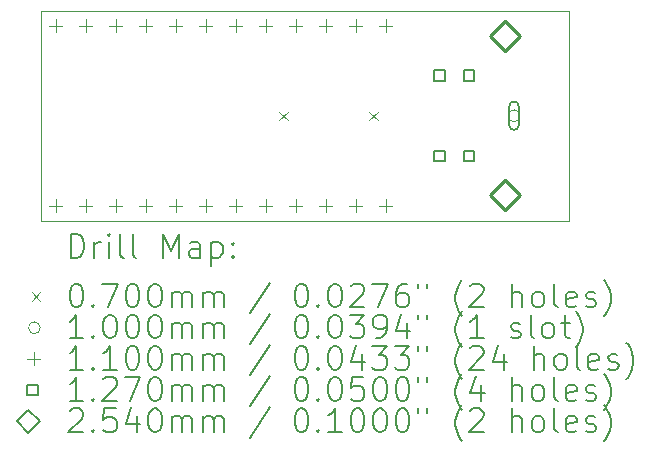
<source format=gbr>
%FSLAX45Y45*%
G04 Gerber Fmt 4.5, Leading zero omitted, Abs format (unit mm)*
G04 Created by KiCad (PCBNEW (6.0.4-0)) date 2022-04-07 00:07:43*
%MOMM*%
%LPD*%
G01*
G04 APERTURE LIST*
%TA.AperFunction,Profile*%
%ADD10C,0.050000*%
%TD*%
%ADD11C,0.200000*%
%ADD12C,0.070000*%
%ADD13C,0.100000*%
%ADD14C,0.110000*%
%ADD15C,0.127000*%
%ADD16C,0.254000*%
G04 APERTURE END LIST*
D10*
X10566400Y-889000D02*
X10566400Y889000D01*
X15036800Y-889000D02*
X10566400Y-889000D01*
X15036800Y889000D02*
X15036800Y-889000D01*
X10566400Y889000D02*
X15036800Y889000D01*
D11*
D12*
X12588800Y35000D02*
X12658800Y-35000D01*
X12658800Y35000D02*
X12588800Y-35000D01*
X13350800Y35000D02*
X13420800Y-35000D01*
X13420800Y35000D02*
X13350800Y-35000D01*
D13*
X14625000Y0D02*
G75*
G03*
X14625000Y0I-50000J0D01*
G01*
D11*
X14535000Y80000D02*
X14535000Y-80000D01*
X14615000Y80000D02*
X14615000Y-80000D01*
X14535000Y-80000D02*
G75*
G03*
X14615000Y-80000I40000J0D01*
G01*
X14615000Y80000D02*
G75*
G03*
X14535000Y80000I-40000J0D01*
G01*
D14*
X10696500Y817000D02*
X10696500Y707000D01*
X10641500Y762000D02*
X10751500Y762000D01*
X10696500Y-707000D02*
X10696500Y-817000D01*
X10641500Y-762000D02*
X10751500Y-762000D01*
X10950500Y817000D02*
X10950500Y707000D01*
X10895500Y762000D02*
X11005500Y762000D01*
X10950500Y-707000D02*
X10950500Y-817000D01*
X10895500Y-762000D02*
X11005500Y-762000D01*
X11204500Y817000D02*
X11204500Y707000D01*
X11149500Y762000D02*
X11259500Y762000D01*
X11204500Y-707000D02*
X11204500Y-817000D01*
X11149500Y-762000D02*
X11259500Y-762000D01*
X11458500Y817000D02*
X11458500Y707000D01*
X11403500Y762000D02*
X11513500Y762000D01*
X11458500Y-707000D02*
X11458500Y-817000D01*
X11403500Y-762000D02*
X11513500Y-762000D01*
X11712500Y817000D02*
X11712500Y707000D01*
X11657500Y762000D02*
X11767500Y762000D01*
X11712500Y-707000D02*
X11712500Y-817000D01*
X11657500Y-762000D02*
X11767500Y-762000D01*
X11966500Y817000D02*
X11966500Y707000D01*
X11911500Y762000D02*
X12021500Y762000D01*
X11966500Y-707000D02*
X11966500Y-817000D01*
X11911500Y-762000D02*
X12021500Y-762000D01*
X12220500Y817000D02*
X12220500Y707000D01*
X12165500Y762000D02*
X12275500Y762000D01*
X12220500Y-707000D02*
X12220500Y-817000D01*
X12165500Y-762000D02*
X12275500Y-762000D01*
X12474500Y817000D02*
X12474500Y707000D01*
X12419500Y762000D02*
X12529500Y762000D01*
X12474500Y-707000D02*
X12474500Y-817000D01*
X12419500Y-762000D02*
X12529500Y-762000D01*
X12728500Y817000D02*
X12728500Y707000D01*
X12673500Y762000D02*
X12783500Y762000D01*
X12728500Y-707000D02*
X12728500Y-817000D01*
X12673500Y-762000D02*
X12783500Y-762000D01*
X12982500Y817000D02*
X12982500Y707000D01*
X12927500Y762000D02*
X13037500Y762000D01*
X12982500Y-707000D02*
X12982500Y-817000D01*
X12927500Y-762000D02*
X13037500Y-762000D01*
X13236500Y817000D02*
X13236500Y707000D01*
X13181500Y762000D02*
X13291500Y762000D01*
X13236500Y-707000D02*
X13236500Y-817000D01*
X13181500Y-762000D02*
X13291500Y-762000D01*
X13490500Y817000D02*
X13490500Y707000D01*
X13435500Y762000D02*
X13545500Y762000D01*
X13490500Y-707000D02*
X13490500Y-817000D01*
X13435500Y-762000D02*
X13545500Y-762000D01*
D15*
X13989902Y295098D02*
X13989902Y384902D01*
X13900098Y384902D01*
X13900098Y295098D01*
X13989902Y295098D01*
X13989902Y-384902D02*
X13989902Y-295098D01*
X13900098Y-295098D01*
X13900098Y-384902D01*
X13989902Y-384902D01*
X14239902Y295098D02*
X14239902Y384902D01*
X14150098Y384902D01*
X14150098Y295098D01*
X14239902Y295098D01*
X14239902Y-384902D02*
X14239902Y-295098D01*
X14150098Y-295098D01*
X14150098Y-384902D01*
X14239902Y-384902D01*
D16*
X14495000Y548000D02*
X14622000Y675000D01*
X14495000Y802000D01*
X14368000Y675000D01*
X14495000Y548000D01*
X14495000Y-802000D02*
X14622000Y-675000D01*
X14495000Y-548000D01*
X14368000Y-675000D01*
X14495000Y-802000D01*
D11*
X10821519Y-1201976D02*
X10821519Y-1001976D01*
X10869138Y-1001976D01*
X10897710Y-1011500D01*
X10916757Y-1030548D01*
X10926281Y-1049595D01*
X10935805Y-1087690D01*
X10935805Y-1116262D01*
X10926281Y-1154357D01*
X10916757Y-1173405D01*
X10897710Y-1192452D01*
X10869138Y-1201976D01*
X10821519Y-1201976D01*
X11021519Y-1201976D02*
X11021519Y-1068643D01*
X11021519Y-1106738D02*
X11031043Y-1087690D01*
X11040567Y-1078167D01*
X11059614Y-1068643D01*
X11078662Y-1068643D01*
X11145329Y-1201976D02*
X11145329Y-1068643D01*
X11145329Y-1001976D02*
X11135805Y-1011500D01*
X11145329Y-1021024D01*
X11154852Y-1011500D01*
X11145329Y-1001976D01*
X11145329Y-1021024D01*
X11269138Y-1201976D02*
X11250090Y-1192452D01*
X11240567Y-1173405D01*
X11240567Y-1001976D01*
X11373900Y-1201976D02*
X11354852Y-1192452D01*
X11345328Y-1173405D01*
X11345328Y-1001976D01*
X11602471Y-1201976D02*
X11602471Y-1001976D01*
X11669138Y-1144833D01*
X11735805Y-1001976D01*
X11735805Y-1201976D01*
X11916757Y-1201976D02*
X11916757Y-1097214D01*
X11907233Y-1078167D01*
X11888186Y-1068643D01*
X11850090Y-1068643D01*
X11831043Y-1078167D01*
X11916757Y-1192452D02*
X11897709Y-1201976D01*
X11850090Y-1201976D01*
X11831043Y-1192452D01*
X11821519Y-1173405D01*
X11821519Y-1154357D01*
X11831043Y-1135310D01*
X11850090Y-1125786D01*
X11897709Y-1125786D01*
X11916757Y-1116262D01*
X12011995Y-1068643D02*
X12011995Y-1268643D01*
X12011995Y-1078167D02*
X12031043Y-1068643D01*
X12069138Y-1068643D01*
X12088186Y-1078167D01*
X12097709Y-1087690D01*
X12107233Y-1106738D01*
X12107233Y-1163881D01*
X12097709Y-1182929D01*
X12088186Y-1192452D01*
X12069138Y-1201976D01*
X12031043Y-1201976D01*
X12011995Y-1192452D01*
X12192948Y-1182929D02*
X12202471Y-1192452D01*
X12192948Y-1201976D01*
X12183424Y-1192452D01*
X12192948Y-1182929D01*
X12192948Y-1201976D01*
X12192948Y-1078167D02*
X12202471Y-1087690D01*
X12192948Y-1097214D01*
X12183424Y-1087690D01*
X12192948Y-1078167D01*
X12192948Y-1097214D01*
D12*
X10493900Y-1496500D02*
X10563900Y-1566500D01*
X10563900Y-1496500D02*
X10493900Y-1566500D01*
D11*
X10859614Y-1421976D02*
X10878662Y-1421976D01*
X10897710Y-1431500D01*
X10907233Y-1441024D01*
X10916757Y-1460071D01*
X10926281Y-1498167D01*
X10926281Y-1545786D01*
X10916757Y-1583881D01*
X10907233Y-1602928D01*
X10897710Y-1612452D01*
X10878662Y-1621976D01*
X10859614Y-1621976D01*
X10840567Y-1612452D01*
X10831043Y-1602928D01*
X10821519Y-1583881D01*
X10811995Y-1545786D01*
X10811995Y-1498167D01*
X10821519Y-1460071D01*
X10831043Y-1441024D01*
X10840567Y-1431500D01*
X10859614Y-1421976D01*
X11011995Y-1602928D02*
X11021519Y-1612452D01*
X11011995Y-1621976D01*
X11002471Y-1612452D01*
X11011995Y-1602928D01*
X11011995Y-1621976D01*
X11088186Y-1421976D02*
X11221519Y-1421976D01*
X11135805Y-1621976D01*
X11335805Y-1421976D02*
X11354852Y-1421976D01*
X11373900Y-1431500D01*
X11383424Y-1441024D01*
X11392948Y-1460071D01*
X11402471Y-1498167D01*
X11402471Y-1545786D01*
X11392948Y-1583881D01*
X11383424Y-1602928D01*
X11373900Y-1612452D01*
X11354852Y-1621976D01*
X11335805Y-1621976D01*
X11316757Y-1612452D01*
X11307233Y-1602928D01*
X11297709Y-1583881D01*
X11288186Y-1545786D01*
X11288186Y-1498167D01*
X11297709Y-1460071D01*
X11307233Y-1441024D01*
X11316757Y-1431500D01*
X11335805Y-1421976D01*
X11526281Y-1421976D02*
X11545328Y-1421976D01*
X11564376Y-1431500D01*
X11573900Y-1441024D01*
X11583424Y-1460071D01*
X11592948Y-1498167D01*
X11592948Y-1545786D01*
X11583424Y-1583881D01*
X11573900Y-1602928D01*
X11564376Y-1612452D01*
X11545328Y-1621976D01*
X11526281Y-1621976D01*
X11507233Y-1612452D01*
X11497709Y-1602928D01*
X11488186Y-1583881D01*
X11478662Y-1545786D01*
X11478662Y-1498167D01*
X11488186Y-1460071D01*
X11497709Y-1441024D01*
X11507233Y-1431500D01*
X11526281Y-1421976D01*
X11678662Y-1621976D02*
X11678662Y-1488643D01*
X11678662Y-1507690D02*
X11688186Y-1498167D01*
X11707233Y-1488643D01*
X11735805Y-1488643D01*
X11754852Y-1498167D01*
X11764376Y-1517214D01*
X11764376Y-1621976D01*
X11764376Y-1517214D02*
X11773900Y-1498167D01*
X11792948Y-1488643D01*
X11821519Y-1488643D01*
X11840567Y-1498167D01*
X11850090Y-1517214D01*
X11850090Y-1621976D01*
X11945328Y-1621976D02*
X11945328Y-1488643D01*
X11945328Y-1507690D02*
X11954852Y-1498167D01*
X11973900Y-1488643D01*
X12002471Y-1488643D01*
X12021519Y-1498167D01*
X12031043Y-1517214D01*
X12031043Y-1621976D01*
X12031043Y-1517214D02*
X12040567Y-1498167D01*
X12059614Y-1488643D01*
X12088186Y-1488643D01*
X12107233Y-1498167D01*
X12116757Y-1517214D01*
X12116757Y-1621976D01*
X12507233Y-1412452D02*
X12335805Y-1669595D01*
X12764376Y-1421976D02*
X12783424Y-1421976D01*
X12802471Y-1431500D01*
X12811995Y-1441024D01*
X12821519Y-1460071D01*
X12831043Y-1498167D01*
X12831043Y-1545786D01*
X12821519Y-1583881D01*
X12811995Y-1602928D01*
X12802471Y-1612452D01*
X12783424Y-1621976D01*
X12764376Y-1621976D01*
X12745328Y-1612452D01*
X12735805Y-1602928D01*
X12726281Y-1583881D01*
X12716757Y-1545786D01*
X12716757Y-1498167D01*
X12726281Y-1460071D01*
X12735805Y-1441024D01*
X12745328Y-1431500D01*
X12764376Y-1421976D01*
X12916757Y-1602928D02*
X12926281Y-1612452D01*
X12916757Y-1621976D01*
X12907233Y-1612452D01*
X12916757Y-1602928D01*
X12916757Y-1621976D01*
X13050090Y-1421976D02*
X13069138Y-1421976D01*
X13088186Y-1431500D01*
X13097709Y-1441024D01*
X13107233Y-1460071D01*
X13116757Y-1498167D01*
X13116757Y-1545786D01*
X13107233Y-1583881D01*
X13097709Y-1602928D01*
X13088186Y-1612452D01*
X13069138Y-1621976D01*
X13050090Y-1621976D01*
X13031043Y-1612452D01*
X13021519Y-1602928D01*
X13011995Y-1583881D01*
X13002471Y-1545786D01*
X13002471Y-1498167D01*
X13011995Y-1460071D01*
X13021519Y-1441024D01*
X13031043Y-1431500D01*
X13050090Y-1421976D01*
X13192948Y-1441024D02*
X13202471Y-1431500D01*
X13221519Y-1421976D01*
X13269138Y-1421976D01*
X13288186Y-1431500D01*
X13297709Y-1441024D01*
X13307233Y-1460071D01*
X13307233Y-1479119D01*
X13297709Y-1507690D01*
X13183424Y-1621976D01*
X13307233Y-1621976D01*
X13373900Y-1421976D02*
X13507233Y-1421976D01*
X13421519Y-1621976D01*
X13669138Y-1421976D02*
X13631043Y-1421976D01*
X13611995Y-1431500D01*
X13602471Y-1441024D01*
X13583424Y-1469595D01*
X13573900Y-1507690D01*
X13573900Y-1583881D01*
X13583424Y-1602928D01*
X13592948Y-1612452D01*
X13611995Y-1621976D01*
X13650090Y-1621976D01*
X13669138Y-1612452D01*
X13678662Y-1602928D01*
X13688186Y-1583881D01*
X13688186Y-1536262D01*
X13678662Y-1517214D01*
X13669138Y-1507690D01*
X13650090Y-1498167D01*
X13611995Y-1498167D01*
X13592948Y-1507690D01*
X13583424Y-1517214D01*
X13573900Y-1536262D01*
X13764376Y-1421976D02*
X13764376Y-1460071D01*
X13840567Y-1421976D02*
X13840567Y-1460071D01*
X14135805Y-1698167D02*
X14126281Y-1688643D01*
X14107233Y-1660071D01*
X14097709Y-1641024D01*
X14088186Y-1612452D01*
X14078662Y-1564833D01*
X14078662Y-1526738D01*
X14088186Y-1479119D01*
X14097709Y-1450548D01*
X14107233Y-1431500D01*
X14126281Y-1402928D01*
X14135805Y-1393405D01*
X14202471Y-1441024D02*
X14211995Y-1431500D01*
X14231043Y-1421976D01*
X14278662Y-1421976D01*
X14297709Y-1431500D01*
X14307233Y-1441024D01*
X14316757Y-1460071D01*
X14316757Y-1479119D01*
X14307233Y-1507690D01*
X14192948Y-1621976D01*
X14316757Y-1621976D01*
X14554852Y-1621976D02*
X14554852Y-1421976D01*
X14640567Y-1621976D02*
X14640567Y-1517214D01*
X14631043Y-1498167D01*
X14611995Y-1488643D01*
X14583424Y-1488643D01*
X14564376Y-1498167D01*
X14554852Y-1507690D01*
X14764376Y-1621976D02*
X14745328Y-1612452D01*
X14735805Y-1602928D01*
X14726281Y-1583881D01*
X14726281Y-1526738D01*
X14735805Y-1507690D01*
X14745328Y-1498167D01*
X14764376Y-1488643D01*
X14792948Y-1488643D01*
X14811995Y-1498167D01*
X14821519Y-1507690D01*
X14831043Y-1526738D01*
X14831043Y-1583881D01*
X14821519Y-1602928D01*
X14811995Y-1612452D01*
X14792948Y-1621976D01*
X14764376Y-1621976D01*
X14945328Y-1621976D02*
X14926281Y-1612452D01*
X14916757Y-1593405D01*
X14916757Y-1421976D01*
X15097709Y-1612452D02*
X15078662Y-1621976D01*
X15040567Y-1621976D01*
X15021519Y-1612452D01*
X15011995Y-1593405D01*
X15011995Y-1517214D01*
X15021519Y-1498167D01*
X15040567Y-1488643D01*
X15078662Y-1488643D01*
X15097709Y-1498167D01*
X15107233Y-1517214D01*
X15107233Y-1536262D01*
X15011995Y-1555309D01*
X15183424Y-1612452D02*
X15202471Y-1621976D01*
X15240567Y-1621976D01*
X15259614Y-1612452D01*
X15269138Y-1593405D01*
X15269138Y-1583881D01*
X15259614Y-1564833D01*
X15240567Y-1555309D01*
X15211995Y-1555309D01*
X15192948Y-1545786D01*
X15183424Y-1526738D01*
X15183424Y-1517214D01*
X15192948Y-1498167D01*
X15211995Y-1488643D01*
X15240567Y-1488643D01*
X15259614Y-1498167D01*
X15335805Y-1698167D02*
X15345328Y-1688643D01*
X15364376Y-1660071D01*
X15373900Y-1641024D01*
X15383424Y-1612452D01*
X15392948Y-1564833D01*
X15392948Y-1526738D01*
X15383424Y-1479119D01*
X15373900Y-1450548D01*
X15364376Y-1431500D01*
X15345328Y-1402928D01*
X15335805Y-1393405D01*
D13*
X10563900Y-1795500D02*
G75*
G03*
X10563900Y-1795500I-50000J0D01*
G01*
D11*
X10926281Y-1885976D02*
X10811995Y-1885976D01*
X10869138Y-1885976D02*
X10869138Y-1685976D01*
X10850090Y-1714548D01*
X10831043Y-1733595D01*
X10811995Y-1743119D01*
X11011995Y-1866928D02*
X11021519Y-1876452D01*
X11011995Y-1885976D01*
X11002471Y-1876452D01*
X11011995Y-1866928D01*
X11011995Y-1885976D01*
X11145329Y-1685976D02*
X11164376Y-1685976D01*
X11183424Y-1695500D01*
X11192948Y-1705024D01*
X11202471Y-1724071D01*
X11211995Y-1762167D01*
X11211995Y-1809786D01*
X11202471Y-1847881D01*
X11192948Y-1866928D01*
X11183424Y-1876452D01*
X11164376Y-1885976D01*
X11145329Y-1885976D01*
X11126281Y-1876452D01*
X11116757Y-1866928D01*
X11107233Y-1847881D01*
X11097710Y-1809786D01*
X11097710Y-1762167D01*
X11107233Y-1724071D01*
X11116757Y-1705024D01*
X11126281Y-1695500D01*
X11145329Y-1685976D01*
X11335805Y-1685976D02*
X11354852Y-1685976D01*
X11373900Y-1695500D01*
X11383424Y-1705024D01*
X11392948Y-1724071D01*
X11402471Y-1762167D01*
X11402471Y-1809786D01*
X11392948Y-1847881D01*
X11383424Y-1866928D01*
X11373900Y-1876452D01*
X11354852Y-1885976D01*
X11335805Y-1885976D01*
X11316757Y-1876452D01*
X11307233Y-1866928D01*
X11297709Y-1847881D01*
X11288186Y-1809786D01*
X11288186Y-1762167D01*
X11297709Y-1724071D01*
X11307233Y-1705024D01*
X11316757Y-1695500D01*
X11335805Y-1685976D01*
X11526281Y-1685976D02*
X11545328Y-1685976D01*
X11564376Y-1695500D01*
X11573900Y-1705024D01*
X11583424Y-1724071D01*
X11592948Y-1762167D01*
X11592948Y-1809786D01*
X11583424Y-1847881D01*
X11573900Y-1866928D01*
X11564376Y-1876452D01*
X11545328Y-1885976D01*
X11526281Y-1885976D01*
X11507233Y-1876452D01*
X11497709Y-1866928D01*
X11488186Y-1847881D01*
X11478662Y-1809786D01*
X11478662Y-1762167D01*
X11488186Y-1724071D01*
X11497709Y-1705024D01*
X11507233Y-1695500D01*
X11526281Y-1685976D01*
X11678662Y-1885976D02*
X11678662Y-1752643D01*
X11678662Y-1771690D02*
X11688186Y-1762167D01*
X11707233Y-1752643D01*
X11735805Y-1752643D01*
X11754852Y-1762167D01*
X11764376Y-1781214D01*
X11764376Y-1885976D01*
X11764376Y-1781214D02*
X11773900Y-1762167D01*
X11792948Y-1752643D01*
X11821519Y-1752643D01*
X11840567Y-1762167D01*
X11850090Y-1781214D01*
X11850090Y-1885976D01*
X11945328Y-1885976D02*
X11945328Y-1752643D01*
X11945328Y-1771690D02*
X11954852Y-1762167D01*
X11973900Y-1752643D01*
X12002471Y-1752643D01*
X12021519Y-1762167D01*
X12031043Y-1781214D01*
X12031043Y-1885976D01*
X12031043Y-1781214D02*
X12040567Y-1762167D01*
X12059614Y-1752643D01*
X12088186Y-1752643D01*
X12107233Y-1762167D01*
X12116757Y-1781214D01*
X12116757Y-1885976D01*
X12507233Y-1676452D02*
X12335805Y-1933595D01*
X12764376Y-1685976D02*
X12783424Y-1685976D01*
X12802471Y-1695500D01*
X12811995Y-1705024D01*
X12821519Y-1724071D01*
X12831043Y-1762167D01*
X12831043Y-1809786D01*
X12821519Y-1847881D01*
X12811995Y-1866928D01*
X12802471Y-1876452D01*
X12783424Y-1885976D01*
X12764376Y-1885976D01*
X12745328Y-1876452D01*
X12735805Y-1866928D01*
X12726281Y-1847881D01*
X12716757Y-1809786D01*
X12716757Y-1762167D01*
X12726281Y-1724071D01*
X12735805Y-1705024D01*
X12745328Y-1695500D01*
X12764376Y-1685976D01*
X12916757Y-1866928D02*
X12926281Y-1876452D01*
X12916757Y-1885976D01*
X12907233Y-1876452D01*
X12916757Y-1866928D01*
X12916757Y-1885976D01*
X13050090Y-1685976D02*
X13069138Y-1685976D01*
X13088186Y-1695500D01*
X13097709Y-1705024D01*
X13107233Y-1724071D01*
X13116757Y-1762167D01*
X13116757Y-1809786D01*
X13107233Y-1847881D01*
X13097709Y-1866928D01*
X13088186Y-1876452D01*
X13069138Y-1885976D01*
X13050090Y-1885976D01*
X13031043Y-1876452D01*
X13021519Y-1866928D01*
X13011995Y-1847881D01*
X13002471Y-1809786D01*
X13002471Y-1762167D01*
X13011995Y-1724071D01*
X13021519Y-1705024D01*
X13031043Y-1695500D01*
X13050090Y-1685976D01*
X13183424Y-1685976D02*
X13307233Y-1685976D01*
X13240567Y-1762167D01*
X13269138Y-1762167D01*
X13288186Y-1771690D01*
X13297709Y-1781214D01*
X13307233Y-1800262D01*
X13307233Y-1847881D01*
X13297709Y-1866928D01*
X13288186Y-1876452D01*
X13269138Y-1885976D01*
X13211995Y-1885976D01*
X13192948Y-1876452D01*
X13183424Y-1866928D01*
X13402471Y-1885976D02*
X13440567Y-1885976D01*
X13459614Y-1876452D01*
X13469138Y-1866928D01*
X13488186Y-1838357D01*
X13497709Y-1800262D01*
X13497709Y-1724071D01*
X13488186Y-1705024D01*
X13478662Y-1695500D01*
X13459614Y-1685976D01*
X13421519Y-1685976D01*
X13402471Y-1695500D01*
X13392948Y-1705024D01*
X13383424Y-1724071D01*
X13383424Y-1771690D01*
X13392948Y-1790738D01*
X13402471Y-1800262D01*
X13421519Y-1809786D01*
X13459614Y-1809786D01*
X13478662Y-1800262D01*
X13488186Y-1790738D01*
X13497709Y-1771690D01*
X13669138Y-1752643D02*
X13669138Y-1885976D01*
X13621519Y-1676452D02*
X13573900Y-1819309D01*
X13697709Y-1819309D01*
X13764376Y-1685976D02*
X13764376Y-1724071D01*
X13840567Y-1685976D02*
X13840567Y-1724071D01*
X14135805Y-1962167D02*
X14126281Y-1952643D01*
X14107233Y-1924071D01*
X14097709Y-1905024D01*
X14088186Y-1876452D01*
X14078662Y-1828833D01*
X14078662Y-1790738D01*
X14088186Y-1743119D01*
X14097709Y-1714548D01*
X14107233Y-1695500D01*
X14126281Y-1666928D01*
X14135805Y-1657405D01*
X14316757Y-1885976D02*
X14202471Y-1885976D01*
X14259614Y-1885976D02*
X14259614Y-1685976D01*
X14240567Y-1714548D01*
X14221519Y-1733595D01*
X14202471Y-1743119D01*
X14545328Y-1876452D02*
X14564376Y-1885976D01*
X14602471Y-1885976D01*
X14621519Y-1876452D01*
X14631043Y-1857405D01*
X14631043Y-1847881D01*
X14621519Y-1828833D01*
X14602471Y-1819309D01*
X14573900Y-1819309D01*
X14554852Y-1809786D01*
X14545328Y-1790738D01*
X14545328Y-1781214D01*
X14554852Y-1762167D01*
X14573900Y-1752643D01*
X14602471Y-1752643D01*
X14621519Y-1762167D01*
X14745328Y-1885976D02*
X14726281Y-1876452D01*
X14716757Y-1857405D01*
X14716757Y-1685976D01*
X14850090Y-1885976D02*
X14831043Y-1876452D01*
X14821519Y-1866928D01*
X14811995Y-1847881D01*
X14811995Y-1790738D01*
X14821519Y-1771690D01*
X14831043Y-1762167D01*
X14850090Y-1752643D01*
X14878662Y-1752643D01*
X14897709Y-1762167D01*
X14907233Y-1771690D01*
X14916757Y-1790738D01*
X14916757Y-1847881D01*
X14907233Y-1866928D01*
X14897709Y-1876452D01*
X14878662Y-1885976D01*
X14850090Y-1885976D01*
X14973900Y-1752643D02*
X15050090Y-1752643D01*
X15002471Y-1685976D02*
X15002471Y-1857405D01*
X15011995Y-1876452D01*
X15031043Y-1885976D01*
X15050090Y-1885976D01*
X15097709Y-1962167D02*
X15107233Y-1952643D01*
X15126281Y-1924071D01*
X15135805Y-1905024D01*
X15145328Y-1876452D01*
X15154852Y-1828833D01*
X15154852Y-1790738D01*
X15145328Y-1743119D01*
X15135805Y-1714548D01*
X15126281Y-1695500D01*
X15107233Y-1666928D01*
X15097709Y-1657405D01*
D14*
X10508900Y-2004500D02*
X10508900Y-2114500D01*
X10453900Y-2059500D02*
X10563900Y-2059500D01*
D11*
X10926281Y-2149976D02*
X10811995Y-2149976D01*
X10869138Y-2149976D02*
X10869138Y-1949976D01*
X10850090Y-1978548D01*
X10831043Y-1997595D01*
X10811995Y-2007119D01*
X11011995Y-2130929D02*
X11021519Y-2140452D01*
X11011995Y-2149976D01*
X11002471Y-2140452D01*
X11011995Y-2130929D01*
X11011995Y-2149976D01*
X11211995Y-2149976D02*
X11097710Y-2149976D01*
X11154852Y-2149976D02*
X11154852Y-1949976D01*
X11135805Y-1978548D01*
X11116757Y-1997595D01*
X11097710Y-2007119D01*
X11335805Y-1949976D02*
X11354852Y-1949976D01*
X11373900Y-1959500D01*
X11383424Y-1969024D01*
X11392948Y-1988071D01*
X11402471Y-2026167D01*
X11402471Y-2073786D01*
X11392948Y-2111881D01*
X11383424Y-2130929D01*
X11373900Y-2140452D01*
X11354852Y-2149976D01*
X11335805Y-2149976D01*
X11316757Y-2140452D01*
X11307233Y-2130929D01*
X11297709Y-2111881D01*
X11288186Y-2073786D01*
X11288186Y-2026167D01*
X11297709Y-1988071D01*
X11307233Y-1969024D01*
X11316757Y-1959500D01*
X11335805Y-1949976D01*
X11526281Y-1949976D02*
X11545328Y-1949976D01*
X11564376Y-1959500D01*
X11573900Y-1969024D01*
X11583424Y-1988071D01*
X11592948Y-2026167D01*
X11592948Y-2073786D01*
X11583424Y-2111881D01*
X11573900Y-2130929D01*
X11564376Y-2140452D01*
X11545328Y-2149976D01*
X11526281Y-2149976D01*
X11507233Y-2140452D01*
X11497709Y-2130929D01*
X11488186Y-2111881D01*
X11478662Y-2073786D01*
X11478662Y-2026167D01*
X11488186Y-1988071D01*
X11497709Y-1969024D01*
X11507233Y-1959500D01*
X11526281Y-1949976D01*
X11678662Y-2149976D02*
X11678662Y-2016643D01*
X11678662Y-2035690D02*
X11688186Y-2026167D01*
X11707233Y-2016643D01*
X11735805Y-2016643D01*
X11754852Y-2026167D01*
X11764376Y-2045214D01*
X11764376Y-2149976D01*
X11764376Y-2045214D02*
X11773900Y-2026167D01*
X11792948Y-2016643D01*
X11821519Y-2016643D01*
X11840567Y-2026167D01*
X11850090Y-2045214D01*
X11850090Y-2149976D01*
X11945328Y-2149976D02*
X11945328Y-2016643D01*
X11945328Y-2035690D02*
X11954852Y-2026167D01*
X11973900Y-2016643D01*
X12002471Y-2016643D01*
X12021519Y-2026167D01*
X12031043Y-2045214D01*
X12031043Y-2149976D01*
X12031043Y-2045214D02*
X12040567Y-2026167D01*
X12059614Y-2016643D01*
X12088186Y-2016643D01*
X12107233Y-2026167D01*
X12116757Y-2045214D01*
X12116757Y-2149976D01*
X12507233Y-1940452D02*
X12335805Y-2197595D01*
X12764376Y-1949976D02*
X12783424Y-1949976D01*
X12802471Y-1959500D01*
X12811995Y-1969024D01*
X12821519Y-1988071D01*
X12831043Y-2026167D01*
X12831043Y-2073786D01*
X12821519Y-2111881D01*
X12811995Y-2130929D01*
X12802471Y-2140452D01*
X12783424Y-2149976D01*
X12764376Y-2149976D01*
X12745328Y-2140452D01*
X12735805Y-2130929D01*
X12726281Y-2111881D01*
X12716757Y-2073786D01*
X12716757Y-2026167D01*
X12726281Y-1988071D01*
X12735805Y-1969024D01*
X12745328Y-1959500D01*
X12764376Y-1949976D01*
X12916757Y-2130929D02*
X12926281Y-2140452D01*
X12916757Y-2149976D01*
X12907233Y-2140452D01*
X12916757Y-2130929D01*
X12916757Y-2149976D01*
X13050090Y-1949976D02*
X13069138Y-1949976D01*
X13088186Y-1959500D01*
X13097709Y-1969024D01*
X13107233Y-1988071D01*
X13116757Y-2026167D01*
X13116757Y-2073786D01*
X13107233Y-2111881D01*
X13097709Y-2130929D01*
X13088186Y-2140452D01*
X13069138Y-2149976D01*
X13050090Y-2149976D01*
X13031043Y-2140452D01*
X13021519Y-2130929D01*
X13011995Y-2111881D01*
X13002471Y-2073786D01*
X13002471Y-2026167D01*
X13011995Y-1988071D01*
X13021519Y-1969024D01*
X13031043Y-1959500D01*
X13050090Y-1949976D01*
X13288186Y-2016643D02*
X13288186Y-2149976D01*
X13240567Y-1940452D02*
X13192948Y-2083309D01*
X13316757Y-2083309D01*
X13373900Y-1949976D02*
X13497709Y-1949976D01*
X13431043Y-2026167D01*
X13459614Y-2026167D01*
X13478662Y-2035690D01*
X13488186Y-2045214D01*
X13497709Y-2064262D01*
X13497709Y-2111881D01*
X13488186Y-2130929D01*
X13478662Y-2140452D01*
X13459614Y-2149976D01*
X13402471Y-2149976D01*
X13383424Y-2140452D01*
X13373900Y-2130929D01*
X13564376Y-1949976D02*
X13688186Y-1949976D01*
X13621519Y-2026167D01*
X13650090Y-2026167D01*
X13669138Y-2035690D01*
X13678662Y-2045214D01*
X13688186Y-2064262D01*
X13688186Y-2111881D01*
X13678662Y-2130929D01*
X13669138Y-2140452D01*
X13650090Y-2149976D01*
X13592948Y-2149976D01*
X13573900Y-2140452D01*
X13564376Y-2130929D01*
X13764376Y-1949976D02*
X13764376Y-1988071D01*
X13840567Y-1949976D02*
X13840567Y-1988071D01*
X14135805Y-2226167D02*
X14126281Y-2216643D01*
X14107233Y-2188071D01*
X14097709Y-2169024D01*
X14088186Y-2140452D01*
X14078662Y-2092833D01*
X14078662Y-2054738D01*
X14088186Y-2007119D01*
X14097709Y-1978548D01*
X14107233Y-1959500D01*
X14126281Y-1930928D01*
X14135805Y-1921405D01*
X14202471Y-1969024D02*
X14211995Y-1959500D01*
X14231043Y-1949976D01*
X14278662Y-1949976D01*
X14297709Y-1959500D01*
X14307233Y-1969024D01*
X14316757Y-1988071D01*
X14316757Y-2007119D01*
X14307233Y-2035690D01*
X14192948Y-2149976D01*
X14316757Y-2149976D01*
X14488186Y-2016643D02*
X14488186Y-2149976D01*
X14440567Y-1940452D02*
X14392948Y-2083309D01*
X14516757Y-2083309D01*
X14745328Y-2149976D02*
X14745328Y-1949976D01*
X14831043Y-2149976D02*
X14831043Y-2045214D01*
X14821519Y-2026167D01*
X14802471Y-2016643D01*
X14773900Y-2016643D01*
X14754852Y-2026167D01*
X14745328Y-2035690D01*
X14954852Y-2149976D02*
X14935805Y-2140452D01*
X14926281Y-2130929D01*
X14916757Y-2111881D01*
X14916757Y-2054738D01*
X14926281Y-2035690D01*
X14935805Y-2026167D01*
X14954852Y-2016643D01*
X14983424Y-2016643D01*
X15002471Y-2026167D01*
X15011995Y-2035690D01*
X15021519Y-2054738D01*
X15021519Y-2111881D01*
X15011995Y-2130929D01*
X15002471Y-2140452D01*
X14983424Y-2149976D01*
X14954852Y-2149976D01*
X15135805Y-2149976D02*
X15116757Y-2140452D01*
X15107233Y-2121405D01*
X15107233Y-1949976D01*
X15288186Y-2140452D02*
X15269138Y-2149976D01*
X15231043Y-2149976D01*
X15211995Y-2140452D01*
X15202471Y-2121405D01*
X15202471Y-2045214D01*
X15211995Y-2026167D01*
X15231043Y-2016643D01*
X15269138Y-2016643D01*
X15288186Y-2026167D01*
X15297709Y-2045214D01*
X15297709Y-2064262D01*
X15202471Y-2083309D01*
X15373900Y-2140452D02*
X15392948Y-2149976D01*
X15431043Y-2149976D01*
X15450090Y-2140452D01*
X15459614Y-2121405D01*
X15459614Y-2111881D01*
X15450090Y-2092833D01*
X15431043Y-2083309D01*
X15402471Y-2083309D01*
X15383424Y-2073786D01*
X15373900Y-2054738D01*
X15373900Y-2045214D01*
X15383424Y-2026167D01*
X15402471Y-2016643D01*
X15431043Y-2016643D01*
X15450090Y-2026167D01*
X15526281Y-2226167D02*
X15535805Y-2216643D01*
X15554852Y-2188071D01*
X15564376Y-2169024D01*
X15573900Y-2140452D01*
X15583424Y-2092833D01*
X15583424Y-2054738D01*
X15573900Y-2007119D01*
X15564376Y-1978548D01*
X15554852Y-1959500D01*
X15535805Y-1930928D01*
X15526281Y-1921405D01*
D15*
X10545302Y-2368402D02*
X10545302Y-2278598D01*
X10455498Y-2278598D01*
X10455498Y-2368402D01*
X10545302Y-2368402D01*
D11*
X10926281Y-2413976D02*
X10811995Y-2413976D01*
X10869138Y-2413976D02*
X10869138Y-2213976D01*
X10850090Y-2242548D01*
X10831043Y-2261595D01*
X10811995Y-2271119D01*
X11011995Y-2394929D02*
X11021519Y-2404452D01*
X11011995Y-2413976D01*
X11002471Y-2404452D01*
X11011995Y-2394929D01*
X11011995Y-2413976D01*
X11097710Y-2233024D02*
X11107233Y-2223500D01*
X11126281Y-2213976D01*
X11173900Y-2213976D01*
X11192948Y-2223500D01*
X11202471Y-2233024D01*
X11211995Y-2252071D01*
X11211995Y-2271119D01*
X11202471Y-2299690D01*
X11088186Y-2413976D01*
X11211995Y-2413976D01*
X11278662Y-2213976D02*
X11411995Y-2213976D01*
X11326281Y-2413976D01*
X11526281Y-2213976D02*
X11545328Y-2213976D01*
X11564376Y-2223500D01*
X11573900Y-2233024D01*
X11583424Y-2252071D01*
X11592948Y-2290167D01*
X11592948Y-2337786D01*
X11583424Y-2375881D01*
X11573900Y-2394929D01*
X11564376Y-2404452D01*
X11545328Y-2413976D01*
X11526281Y-2413976D01*
X11507233Y-2404452D01*
X11497709Y-2394929D01*
X11488186Y-2375881D01*
X11478662Y-2337786D01*
X11478662Y-2290167D01*
X11488186Y-2252071D01*
X11497709Y-2233024D01*
X11507233Y-2223500D01*
X11526281Y-2213976D01*
X11678662Y-2413976D02*
X11678662Y-2280643D01*
X11678662Y-2299690D02*
X11688186Y-2290167D01*
X11707233Y-2280643D01*
X11735805Y-2280643D01*
X11754852Y-2290167D01*
X11764376Y-2309214D01*
X11764376Y-2413976D01*
X11764376Y-2309214D02*
X11773900Y-2290167D01*
X11792948Y-2280643D01*
X11821519Y-2280643D01*
X11840567Y-2290167D01*
X11850090Y-2309214D01*
X11850090Y-2413976D01*
X11945328Y-2413976D02*
X11945328Y-2280643D01*
X11945328Y-2299690D02*
X11954852Y-2290167D01*
X11973900Y-2280643D01*
X12002471Y-2280643D01*
X12021519Y-2290167D01*
X12031043Y-2309214D01*
X12031043Y-2413976D01*
X12031043Y-2309214D02*
X12040567Y-2290167D01*
X12059614Y-2280643D01*
X12088186Y-2280643D01*
X12107233Y-2290167D01*
X12116757Y-2309214D01*
X12116757Y-2413976D01*
X12507233Y-2204452D02*
X12335805Y-2461595D01*
X12764376Y-2213976D02*
X12783424Y-2213976D01*
X12802471Y-2223500D01*
X12811995Y-2233024D01*
X12821519Y-2252071D01*
X12831043Y-2290167D01*
X12831043Y-2337786D01*
X12821519Y-2375881D01*
X12811995Y-2394929D01*
X12802471Y-2404452D01*
X12783424Y-2413976D01*
X12764376Y-2413976D01*
X12745328Y-2404452D01*
X12735805Y-2394929D01*
X12726281Y-2375881D01*
X12716757Y-2337786D01*
X12716757Y-2290167D01*
X12726281Y-2252071D01*
X12735805Y-2233024D01*
X12745328Y-2223500D01*
X12764376Y-2213976D01*
X12916757Y-2394929D02*
X12926281Y-2404452D01*
X12916757Y-2413976D01*
X12907233Y-2404452D01*
X12916757Y-2394929D01*
X12916757Y-2413976D01*
X13050090Y-2213976D02*
X13069138Y-2213976D01*
X13088186Y-2223500D01*
X13097709Y-2233024D01*
X13107233Y-2252071D01*
X13116757Y-2290167D01*
X13116757Y-2337786D01*
X13107233Y-2375881D01*
X13097709Y-2394929D01*
X13088186Y-2404452D01*
X13069138Y-2413976D01*
X13050090Y-2413976D01*
X13031043Y-2404452D01*
X13021519Y-2394929D01*
X13011995Y-2375881D01*
X13002471Y-2337786D01*
X13002471Y-2290167D01*
X13011995Y-2252071D01*
X13021519Y-2233024D01*
X13031043Y-2223500D01*
X13050090Y-2213976D01*
X13297709Y-2213976D02*
X13202471Y-2213976D01*
X13192948Y-2309214D01*
X13202471Y-2299690D01*
X13221519Y-2290167D01*
X13269138Y-2290167D01*
X13288186Y-2299690D01*
X13297709Y-2309214D01*
X13307233Y-2328262D01*
X13307233Y-2375881D01*
X13297709Y-2394929D01*
X13288186Y-2404452D01*
X13269138Y-2413976D01*
X13221519Y-2413976D01*
X13202471Y-2404452D01*
X13192948Y-2394929D01*
X13431043Y-2213976D02*
X13450090Y-2213976D01*
X13469138Y-2223500D01*
X13478662Y-2233024D01*
X13488186Y-2252071D01*
X13497709Y-2290167D01*
X13497709Y-2337786D01*
X13488186Y-2375881D01*
X13478662Y-2394929D01*
X13469138Y-2404452D01*
X13450090Y-2413976D01*
X13431043Y-2413976D01*
X13411995Y-2404452D01*
X13402471Y-2394929D01*
X13392948Y-2375881D01*
X13383424Y-2337786D01*
X13383424Y-2290167D01*
X13392948Y-2252071D01*
X13402471Y-2233024D01*
X13411995Y-2223500D01*
X13431043Y-2213976D01*
X13621519Y-2213976D02*
X13640567Y-2213976D01*
X13659614Y-2223500D01*
X13669138Y-2233024D01*
X13678662Y-2252071D01*
X13688186Y-2290167D01*
X13688186Y-2337786D01*
X13678662Y-2375881D01*
X13669138Y-2394929D01*
X13659614Y-2404452D01*
X13640567Y-2413976D01*
X13621519Y-2413976D01*
X13602471Y-2404452D01*
X13592948Y-2394929D01*
X13583424Y-2375881D01*
X13573900Y-2337786D01*
X13573900Y-2290167D01*
X13583424Y-2252071D01*
X13592948Y-2233024D01*
X13602471Y-2223500D01*
X13621519Y-2213976D01*
X13764376Y-2213976D02*
X13764376Y-2252071D01*
X13840567Y-2213976D02*
X13840567Y-2252071D01*
X14135805Y-2490167D02*
X14126281Y-2480643D01*
X14107233Y-2452071D01*
X14097709Y-2433024D01*
X14088186Y-2404452D01*
X14078662Y-2356833D01*
X14078662Y-2318738D01*
X14088186Y-2271119D01*
X14097709Y-2242548D01*
X14107233Y-2223500D01*
X14126281Y-2194929D01*
X14135805Y-2185405D01*
X14297709Y-2280643D02*
X14297709Y-2413976D01*
X14250090Y-2204452D02*
X14202471Y-2347310D01*
X14326281Y-2347310D01*
X14554852Y-2413976D02*
X14554852Y-2213976D01*
X14640567Y-2413976D02*
X14640567Y-2309214D01*
X14631043Y-2290167D01*
X14611995Y-2280643D01*
X14583424Y-2280643D01*
X14564376Y-2290167D01*
X14554852Y-2299690D01*
X14764376Y-2413976D02*
X14745328Y-2404452D01*
X14735805Y-2394929D01*
X14726281Y-2375881D01*
X14726281Y-2318738D01*
X14735805Y-2299690D01*
X14745328Y-2290167D01*
X14764376Y-2280643D01*
X14792948Y-2280643D01*
X14811995Y-2290167D01*
X14821519Y-2299690D01*
X14831043Y-2318738D01*
X14831043Y-2375881D01*
X14821519Y-2394929D01*
X14811995Y-2404452D01*
X14792948Y-2413976D01*
X14764376Y-2413976D01*
X14945328Y-2413976D02*
X14926281Y-2404452D01*
X14916757Y-2385405D01*
X14916757Y-2213976D01*
X15097709Y-2404452D02*
X15078662Y-2413976D01*
X15040567Y-2413976D01*
X15021519Y-2404452D01*
X15011995Y-2385405D01*
X15011995Y-2309214D01*
X15021519Y-2290167D01*
X15040567Y-2280643D01*
X15078662Y-2280643D01*
X15097709Y-2290167D01*
X15107233Y-2309214D01*
X15107233Y-2328262D01*
X15011995Y-2347310D01*
X15183424Y-2404452D02*
X15202471Y-2413976D01*
X15240567Y-2413976D01*
X15259614Y-2404452D01*
X15269138Y-2385405D01*
X15269138Y-2375881D01*
X15259614Y-2356833D01*
X15240567Y-2347310D01*
X15211995Y-2347310D01*
X15192948Y-2337786D01*
X15183424Y-2318738D01*
X15183424Y-2309214D01*
X15192948Y-2290167D01*
X15211995Y-2280643D01*
X15240567Y-2280643D01*
X15259614Y-2290167D01*
X15335805Y-2490167D02*
X15345328Y-2480643D01*
X15364376Y-2452071D01*
X15373900Y-2433024D01*
X15383424Y-2404452D01*
X15392948Y-2356833D01*
X15392948Y-2318738D01*
X15383424Y-2271119D01*
X15373900Y-2242548D01*
X15364376Y-2223500D01*
X15345328Y-2194929D01*
X15335805Y-2185405D01*
X10463900Y-2687500D02*
X10563900Y-2587500D01*
X10463900Y-2487500D01*
X10363900Y-2587500D01*
X10463900Y-2687500D01*
X10811995Y-2497024D02*
X10821519Y-2487500D01*
X10840567Y-2477976D01*
X10888186Y-2477976D01*
X10907233Y-2487500D01*
X10916757Y-2497024D01*
X10926281Y-2516071D01*
X10926281Y-2535119D01*
X10916757Y-2563690D01*
X10802471Y-2677976D01*
X10926281Y-2677976D01*
X11011995Y-2658929D02*
X11021519Y-2668452D01*
X11011995Y-2677976D01*
X11002471Y-2668452D01*
X11011995Y-2658929D01*
X11011995Y-2677976D01*
X11202471Y-2477976D02*
X11107233Y-2477976D01*
X11097710Y-2573214D01*
X11107233Y-2563690D01*
X11126281Y-2554167D01*
X11173900Y-2554167D01*
X11192948Y-2563690D01*
X11202471Y-2573214D01*
X11211995Y-2592262D01*
X11211995Y-2639881D01*
X11202471Y-2658929D01*
X11192948Y-2668452D01*
X11173900Y-2677976D01*
X11126281Y-2677976D01*
X11107233Y-2668452D01*
X11097710Y-2658929D01*
X11383424Y-2544643D02*
X11383424Y-2677976D01*
X11335805Y-2468452D02*
X11288186Y-2611310D01*
X11411995Y-2611310D01*
X11526281Y-2477976D02*
X11545328Y-2477976D01*
X11564376Y-2487500D01*
X11573900Y-2497024D01*
X11583424Y-2516071D01*
X11592948Y-2554167D01*
X11592948Y-2601786D01*
X11583424Y-2639881D01*
X11573900Y-2658929D01*
X11564376Y-2668452D01*
X11545328Y-2677976D01*
X11526281Y-2677976D01*
X11507233Y-2668452D01*
X11497709Y-2658929D01*
X11488186Y-2639881D01*
X11478662Y-2601786D01*
X11478662Y-2554167D01*
X11488186Y-2516071D01*
X11497709Y-2497024D01*
X11507233Y-2487500D01*
X11526281Y-2477976D01*
X11678662Y-2677976D02*
X11678662Y-2544643D01*
X11678662Y-2563690D02*
X11688186Y-2554167D01*
X11707233Y-2544643D01*
X11735805Y-2544643D01*
X11754852Y-2554167D01*
X11764376Y-2573214D01*
X11764376Y-2677976D01*
X11764376Y-2573214D02*
X11773900Y-2554167D01*
X11792948Y-2544643D01*
X11821519Y-2544643D01*
X11840567Y-2554167D01*
X11850090Y-2573214D01*
X11850090Y-2677976D01*
X11945328Y-2677976D02*
X11945328Y-2544643D01*
X11945328Y-2563690D02*
X11954852Y-2554167D01*
X11973900Y-2544643D01*
X12002471Y-2544643D01*
X12021519Y-2554167D01*
X12031043Y-2573214D01*
X12031043Y-2677976D01*
X12031043Y-2573214D02*
X12040567Y-2554167D01*
X12059614Y-2544643D01*
X12088186Y-2544643D01*
X12107233Y-2554167D01*
X12116757Y-2573214D01*
X12116757Y-2677976D01*
X12507233Y-2468452D02*
X12335805Y-2725595D01*
X12764376Y-2477976D02*
X12783424Y-2477976D01*
X12802471Y-2487500D01*
X12811995Y-2497024D01*
X12821519Y-2516071D01*
X12831043Y-2554167D01*
X12831043Y-2601786D01*
X12821519Y-2639881D01*
X12811995Y-2658929D01*
X12802471Y-2668452D01*
X12783424Y-2677976D01*
X12764376Y-2677976D01*
X12745328Y-2668452D01*
X12735805Y-2658929D01*
X12726281Y-2639881D01*
X12716757Y-2601786D01*
X12716757Y-2554167D01*
X12726281Y-2516071D01*
X12735805Y-2497024D01*
X12745328Y-2487500D01*
X12764376Y-2477976D01*
X12916757Y-2658929D02*
X12926281Y-2668452D01*
X12916757Y-2677976D01*
X12907233Y-2668452D01*
X12916757Y-2658929D01*
X12916757Y-2677976D01*
X13116757Y-2677976D02*
X13002471Y-2677976D01*
X13059614Y-2677976D02*
X13059614Y-2477976D01*
X13040567Y-2506548D01*
X13021519Y-2525595D01*
X13002471Y-2535119D01*
X13240567Y-2477976D02*
X13259614Y-2477976D01*
X13278662Y-2487500D01*
X13288186Y-2497024D01*
X13297709Y-2516071D01*
X13307233Y-2554167D01*
X13307233Y-2601786D01*
X13297709Y-2639881D01*
X13288186Y-2658929D01*
X13278662Y-2668452D01*
X13259614Y-2677976D01*
X13240567Y-2677976D01*
X13221519Y-2668452D01*
X13211995Y-2658929D01*
X13202471Y-2639881D01*
X13192948Y-2601786D01*
X13192948Y-2554167D01*
X13202471Y-2516071D01*
X13211995Y-2497024D01*
X13221519Y-2487500D01*
X13240567Y-2477976D01*
X13431043Y-2477976D02*
X13450090Y-2477976D01*
X13469138Y-2487500D01*
X13478662Y-2497024D01*
X13488186Y-2516071D01*
X13497709Y-2554167D01*
X13497709Y-2601786D01*
X13488186Y-2639881D01*
X13478662Y-2658929D01*
X13469138Y-2668452D01*
X13450090Y-2677976D01*
X13431043Y-2677976D01*
X13411995Y-2668452D01*
X13402471Y-2658929D01*
X13392948Y-2639881D01*
X13383424Y-2601786D01*
X13383424Y-2554167D01*
X13392948Y-2516071D01*
X13402471Y-2497024D01*
X13411995Y-2487500D01*
X13431043Y-2477976D01*
X13621519Y-2477976D02*
X13640567Y-2477976D01*
X13659614Y-2487500D01*
X13669138Y-2497024D01*
X13678662Y-2516071D01*
X13688186Y-2554167D01*
X13688186Y-2601786D01*
X13678662Y-2639881D01*
X13669138Y-2658929D01*
X13659614Y-2668452D01*
X13640567Y-2677976D01*
X13621519Y-2677976D01*
X13602471Y-2668452D01*
X13592948Y-2658929D01*
X13583424Y-2639881D01*
X13573900Y-2601786D01*
X13573900Y-2554167D01*
X13583424Y-2516071D01*
X13592948Y-2497024D01*
X13602471Y-2487500D01*
X13621519Y-2477976D01*
X13764376Y-2477976D02*
X13764376Y-2516071D01*
X13840567Y-2477976D02*
X13840567Y-2516071D01*
X14135805Y-2754167D02*
X14126281Y-2744643D01*
X14107233Y-2716071D01*
X14097709Y-2697024D01*
X14088186Y-2668452D01*
X14078662Y-2620833D01*
X14078662Y-2582738D01*
X14088186Y-2535119D01*
X14097709Y-2506548D01*
X14107233Y-2487500D01*
X14126281Y-2458929D01*
X14135805Y-2449405D01*
X14202471Y-2497024D02*
X14211995Y-2487500D01*
X14231043Y-2477976D01*
X14278662Y-2477976D01*
X14297709Y-2487500D01*
X14307233Y-2497024D01*
X14316757Y-2516071D01*
X14316757Y-2535119D01*
X14307233Y-2563690D01*
X14192948Y-2677976D01*
X14316757Y-2677976D01*
X14554852Y-2677976D02*
X14554852Y-2477976D01*
X14640567Y-2677976D02*
X14640567Y-2573214D01*
X14631043Y-2554167D01*
X14611995Y-2544643D01*
X14583424Y-2544643D01*
X14564376Y-2554167D01*
X14554852Y-2563690D01*
X14764376Y-2677976D02*
X14745328Y-2668452D01*
X14735805Y-2658929D01*
X14726281Y-2639881D01*
X14726281Y-2582738D01*
X14735805Y-2563690D01*
X14745328Y-2554167D01*
X14764376Y-2544643D01*
X14792948Y-2544643D01*
X14811995Y-2554167D01*
X14821519Y-2563690D01*
X14831043Y-2582738D01*
X14831043Y-2639881D01*
X14821519Y-2658929D01*
X14811995Y-2668452D01*
X14792948Y-2677976D01*
X14764376Y-2677976D01*
X14945328Y-2677976D02*
X14926281Y-2668452D01*
X14916757Y-2649405D01*
X14916757Y-2477976D01*
X15097709Y-2668452D02*
X15078662Y-2677976D01*
X15040567Y-2677976D01*
X15021519Y-2668452D01*
X15011995Y-2649405D01*
X15011995Y-2573214D01*
X15021519Y-2554167D01*
X15040567Y-2544643D01*
X15078662Y-2544643D01*
X15097709Y-2554167D01*
X15107233Y-2573214D01*
X15107233Y-2592262D01*
X15011995Y-2611310D01*
X15183424Y-2668452D02*
X15202471Y-2677976D01*
X15240567Y-2677976D01*
X15259614Y-2668452D01*
X15269138Y-2649405D01*
X15269138Y-2639881D01*
X15259614Y-2620833D01*
X15240567Y-2611310D01*
X15211995Y-2611310D01*
X15192948Y-2601786D01*
X15183424Y-2582738D01*
X15183424Y-2573214D01*
X15192948Y-2554167D01*
X15211995Y-2544643D01*
X15240567Y-2544643D01*
X15259614Y-2554167D01*
X15335805Y-2754167D02*
X15345328Y-2744643D01*
X15364376Y-2716071D01*
X15373900Y-2697024D01*
X15383424Y-2668452D01*
X15392948Y-2620833D01*
X15392948Y-2582738D01*
X15383424Y-2535119D01*
X15373900Y-2506548D01*
X15364376Y-2487500D01*
X15345328Y-2458929D01*
X15335805Y-2449405D01*
M02*

</source>
